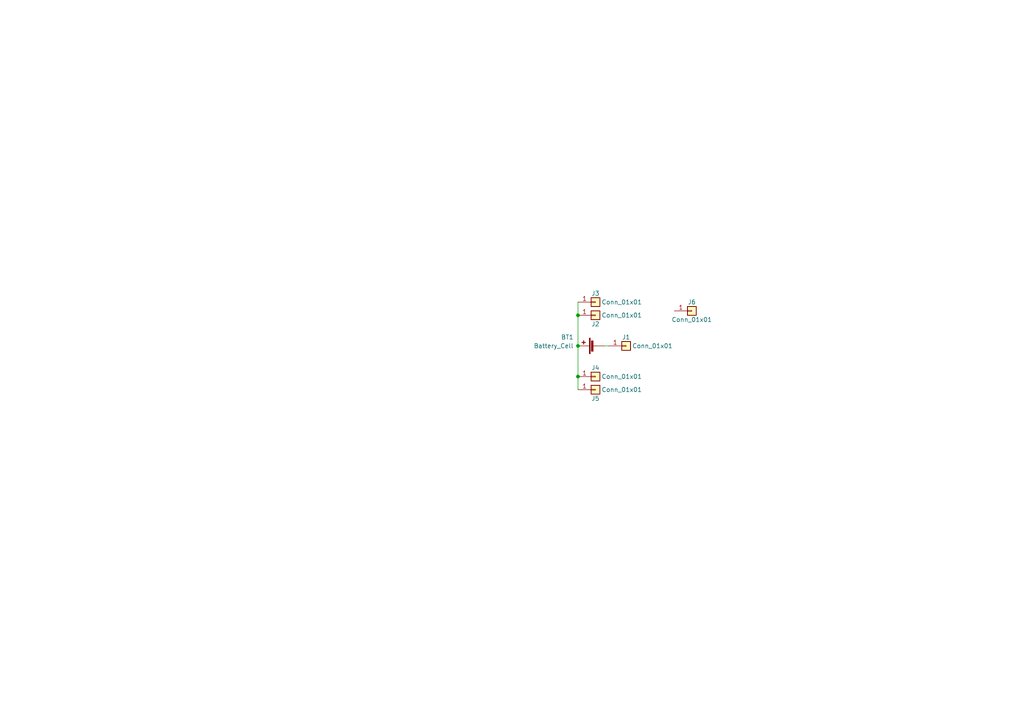
<source format=kicad_sch>
(kicad_sch (version 20230121) (generator eeschema)
  (paper "A4")
  (lib_symbols
    (symbol "Bat-rescue:Battery_Cell" (pin_numbers hide) (pin_names (offset 0) hide)
      (property "Reference" "BT" (at 2.54 2.54 0))
      (property "Value" "Battery_Cell" (at 2.54 0 0))
      (symbol "Battery_Cell_0_1"
        (rectangle (start -2.286 1.778) (end 2.286 1.524) (fill (type outline)))
        (rectangle (start -1.5748 1.1938) (end 1.4732 0.6858) (fill (type outline)))
        (polyline (pts (xy 0 0.762) (xy 0 0)))
        (polyline (pts (xy 0 1.778) (xy 0 2.54)))
        (polyline (pts (xy 0.508 3.429) (xy 1.524 3.429)) (stroke (width 0.254)))
        (polyline (pts (xy 1.016 3.937) (xy 1.016 2.921)) (stroke (width 0.254)))
      )
      (symbol "Battery_Cell_1_1"
        (pin passive line (at 0 5.08 270) (length 2.54) (name "+") (number "1"))
        (pin passive line (at 0 -2.54 90) (length 2.54) (name "-") (number "2"))
      )
    )
    (symbol "Bat-rescue:Conn_01x01" (pin_names (offset 1.016) hide)
      (property "Reference" "J" (at 0 2.54 0))
      (property "Value" "Conn_01x01" (at 0 -2.54 0))
      (symbol "Conn_01x01_1_1"
        (rectangle (start -1.27 0.127) (end 0 -0.127) (stroke (width 0.1524)))
        (rectangle (start -1.27 1.27) (end 1.27 -1.27) (stroke (width 0.254)) (fill (type background)))
        (pin passive line (at -5.08 0 0) (length 3.81) (name "Pin_1") (number "1"))
      )
    )
  )
  (junction (at 167.64 109.22))
  (junction (at 167.64 91.44))
  (junction (at 167.64 100.33))
  (wire (pts (xy 175.26 100.33) (xy 176.53 100.33)))
  (wire (pts (xy 167.64 91.44) (xy 167.64 100.33)))
  (wire (pts (xy 167.64 100.33) (xy 167.64 109.22)))
  (wire (pts (xy 167.64 87.63) (xy 167.64 91.44)))
  (wire (pts (xy 167.64 109.22) (xy 167.64 113.03)))
  (symbol (lib_id "Bat-rescue:Conn_01x01") (at 172.72 91.44 0) (unit 1)
    (property "Reference" "J2" (at 172.72 93.98 0))
    (property "Value" "Conn_01x01" (at 180.34 91.44 0))
    (property "Footprint" "pin:Pin_Header_Straight_1x01_Pitch2.54mm" (effects hide))
  )
  (symbol (lib_id "Bat-rescue:Conn_01x01") (at 172.72 109.22 0) (unit 1)
    (property "Reference" "J4" (at 172.72 106.68 0))
    (property "Value" "Conn_01x01" (at 180.34 109.22 0))
    (property "Footprint" "pin:Pin_Header_Straight_1x01_Pitch2.54mm" (effects hide))
  )
  (symbol (lib_id "Bat-rescue:Conn_01x01") (at 181.61 100.33 0) (unit 1)
    (property "Reference" "J1" (at 181.61 97.79 0))
    (property "Value" "Conn_01x01" (at 189.23 100.33 0))
    (property "Footprint" "pin:Pin_Header_Straight_1x01_Pitch2.54mm" (effects hide))
  )
  (symbol (lib_id "Bat-rescue:Battery_Cell") (at 172.72 100.33 90) (unit 1)
    (property "Reference" "BT1" (at 166.37 97.79 90) (effects (justify left)))
    (property "Value" "Battery_Cell" (at 166.37 100.33 90) (effects (justify left)))
    (property "Footprint" "holder:Keystone_3034_1x20mm-CoinCell" (effects hide))
  )
  (symbol (lib_id "Bat-rescue:Conn_01x01") (at 200.66 90.17 0) (unit 1)
    (property "Reference" "J6" (at 200.66 87.63 0))
    (property "Value" "Conn_01x01" (at 200.66 92.71 0))
    (property "Footprint" "tortule:logo" (effects hide))
  )
  (symbol (lib_id "Bat-rescue:Conn_01x01") (at 172.72 87.63 0) (unit 1)
    (property "Reference" "J3" (at 172.72 85.09 0))
    (property "Value" "Conn_01x01" (at 180.34 87.63 0))
    (property "Footprint" "pin:Pin_Header_Straight_1x01_Pitch2.54mm" (effects hide))
  )
  (symbol (lib_id "Bat-rescue:Conn_01x01") (at 172.72 113.03 0) (unit 1)
    (property "Reference" "J5" (at 172.72 115.57 0))
    (property "Value" "Conn_01x01" (at 180.34 113.03 0))
    (property "Footprint" "pin:Pin_Header_Straight_1x01_Pitch2.54mm" (effects hide))
  )
)
</source>
